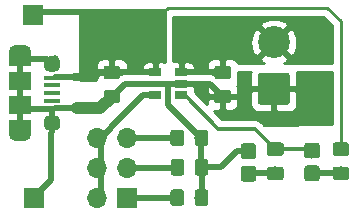
<source format=gbr>
G04 #@! TF.GenerationSoftware,KiCad,Pcbnew,(5.1.4)-1*
G04 #@! TF.CreationDate,2019-09-20T01:57:43+03:00*
G04 #@! TF.ProjectId,Simple_BMS,53696d70-6c65-45f4-924d-532e6b696361,rev?*
G04 #@! TF.SameCoordinates,Original*
G04 #@! TF.FileFunction,Copper,L1,Top*
G04 #@! TF.FilePolarity,Positive*
%FSLAX46Y46*%
G04 Gerber Fmt 4.6, Leading zero omitted, Abs format (unit mm)*
G04 Created by KiCad (PCBNEW (5.1.4)-1) date 2019-09-20 01:57:43*
%MOMM*%
%LPD*%
G04 APERTURE LIST*
%ADD10C,2.700000*%
%ADD11C,0.100000*%
%ADD12R,1.900000X1.200000*%
%ADD13O,1.900000X1.200000*%
%ADD14R,1.900000X1.500000*%
%ADD15C,1.450000*%
%ADD16R,1.350000X0.400000*%
%ADD17R,1.060000X0.650000*%
%ADD18C,1.150000*%
%ADD19C,1.300000*%
%ADD20R,1.700000X1.700000*%
%ADD21O,1.700000X1.700000*%
%ADD22C,0.800000*%
%ADD23C,0.500000*%
%ADD24C,0.700000*%
%ADD25C,0.250000*%
%ADD26C,1.000000*%
%ADD27C,0.300000*%
%ADD28C,0.254000*%
G04 APERTURE END LIST*
D10*
X119660000Y-81860000D03*
D11*
G36*
X120784503Y-84471204D02*
G01*
X120808772Y-84474804D01*
X120832570Y-84480765D01*
X120855670Y-84489030D01*
X120877849Y-84499520D01*
X120898892Y-84512133D01*
X120918598Y-84526748D01*
X120936776Y-84543224D01*
X120953252Y-84561402D01*
X120967867Y-84581108D01*
X120980480Y-84602151D01*
X120990970Y-84624330D01*
X120999235Y-84647430D01*
X121005196Y-84671228D01*
X121008796Y-84695497D01*
X121010000Y-84720001D01*
X121010000Y-86919999D01*
X121008796Y-86944503D01*
X121005196Y-86968772D01*
X120999235Y-86992570D01*
X120990970Y-87015670D01*
X120980480Y-87037849D01*
X120967867Y-87058892D01*
X120953252Y-87078598D01*
X120936776Y-87096776D01*
X120918598Y-87113252D01*
X120898892Y-87127867D01*
X120877849Y-87140480D01*
X120855670Y-87150970D01*
X120832570Y-87159235D01*
X120808772Y-87165196D01*
X120784503Y-87168796D01*
X120759999Y-87170000D01*
X118560001Y-87170000D01*
X118535497Y-87168796D01*
X118511228Y-87165196D01*
X118487430Y-87159235D01*
X118464330Y-87150970D01*
X118442151Y-87140480D01*
X118421108Y-87127867D01*
X118401402Y-87113252D01*
X118383224Y-87096776D01*
X118366748Y-87078598D01*
X118352133Y-87058892D01*
X118339520Y-87037849D01*
X118329030Y-87015670D01*
X118320765Y-86992570D01*
X118314804Y-86968772D01*
X118311204Y-86944503D01*
X118310000Y-86919999D01*
X118310000Y-84720001D01*
X118311204Y-84695497D01*
X118314804Y-84671228D01*
X118320765Y-84647430D01*
X118329030Y-84624330D01*
X118339520Y-84602151D01*
X118352133Y-84581108D01*
X118366748Y-84561402D01*
X118383224Y-84543224D01*
X118401402Y-84526748D01*
X118421108Y-84512133D01*
X118442151Y-84499520D01*
X118464330Y-84489030D01*
X118487430Y-84480765D01*
X118511228Y-84474804D01*
X118535497Y-84471204D01*
X118560001Y-84470000D01*
X120759999Y-84470000D01*
X120784503Y-84471204D01*
X120784503Y-84471204D01*
G37*
D10*
X119660000Y-85820000D03*
D12*
X98142500Y-83280000D03*
X98142500Y-89080000D03*
D13*
X98142500Y-89680000D03*
X98142500Y-82680000D03*
D14*
X98142500Y-85180000D03*
D15*
X100842500Y-88680000D03*
D16*
X100842500Y-86180000D03*
X100842500Y-86830000D03*
X100842500Y-87480000D03*
X100842500Y-84880000D03*
X100842500Y-85530000D03*
D15*
X100842500Y-83680000D03*
D14*
X98142500Y-87180000D03*
D17*
X111820000Y-86330000D03*
X111820000Y-85380000D03*
X111820000Y-84430000D03*
X109620000Y-84430000D03*
X109620000Y-86330000D03*
D11*
G36*
X106414505Y-83851204D02*
G01*
X106438773Y-83854804D01*
X106462572Y-83860765D01*
X106485671Y-83869030D01*
X106507850Y-83879520D01*
X106528893Y-83892132D01*
X106548599Y-83906747D01*
X106566777Y-83923223D01*
X106583253Y-83941401D01*
X106597868Y-83961107D01*
X106610480Y-83982150D01*
X106620970Y-84004329D01*
X106629235Y-84027428D01*
X106635196Y-84051227D01*
X106638796Y-84075495D01*
X106640000Y-84099999D01*
X106640000Y-84750001D01*
X106638796Y-84774505D01*
X106635196Y-84798773D01*
X106629235Y-84822572D01*
X106620970Y-84845671D01*
X106610480Y-84867850D01*
X106597868Y-84888893D01*
X106583253Y-84908599D01*
X106566777Y-84926777D01*
X106548599Y-84943253D01*
X106528893Y-84957868D01*
X106507850Y-84970480D01*
X106485671Y-84980970D01*
X106462572Y-84989235D01*
X106438773Y-84995196D01*
X106414505Y-84998796D01*
X106390001Y-85000000D01*
X105489999Y-85000000D01*
X105465495Y-84998796D01*
X105441227Y-84995196D01*
X105417428Y-84989235D01*
X105394329Y-84980970D01*
X105372150Y-84970480D01*
X105351107Y-84957868D01*
X105331401Y-84943253D01*
X105313223Y-84926777D01*
X105296747Y-84908599D01*
X105282132Y-84888893D01*
X105269520Y-84867850D01*
X105259030Y-84845671D01*
X105250765Y-84822572D01*
X105244804Y-84798773D01*
X105241204Y-84774505D01*
X105240000Y-84750001D01*
X105240000Y-84099999D01*
X105241204Y-84075495D01*
X105244804Y-84051227D01*
X105250765Y-84027428D01*
X105259030Y-84004329D01*
X105269520Y-83982150D01*
X105282132Y-83961107D01*
X105296747Y-83941401D01*
X105313223Y-83923223D01*
X105331401Y-83906747D01*
X105351107Y-83892132D01*
X105372150Y-83879520D01*
X105394329Y-83869030D01*
X105417428Y-83860765D01*
X105441227Y-83854804D01*
X105465495Y-83851204D01*
X105489999Y-83850000D01*
X106390001Y-83850000D01*
X106414505Y-83851204D01*
X106414505Y-83851204D01*
G37*
D18*
X105940000Y-84425000D03*
D11*
G36*
X106414505Y-85901204D02*
G01*
X106438773Y-85904804D01*
X106462572Y-85910765D01*
X106485671Y-85919030D01*
X106507850Y-85929520D01*
X106528893Y-85942132D01*
X106548599Y-85956747D01*
X106566777Y-85973223D01*
X106583253Y-85991401D01*
X106597868Y-86011107D01*
X106610480Y-86032150D01*
X106620970Y-86054329D01*
X106629235Y-86077428D01*
X106635196Y-86101227D01*
X106638796Y-86125495D01*
X106640000Y-86149999D01*
X106640000Y-86800001D01*
X106638796Y-86824505D01*
X106635196Y-86848773D01*
X106629235Y-86872572D01*
X106620970Y-86895671D01*
X106610480Y-86917850D01*
X106597868Y-86938893D01*
X106583253Y-86958599D01*
X106566777Y-86976777D01*
X106548599Y-86993253D01*
X106528893Y-87007868D01*
X106507850Y-87020480D01*
X106485671Y-87030970D01*
X106462572Y-87039235D01*
X106438773Y-87045196D01*
X106414505Y-87048796D01*
X106390001Y-87050000D01*
X105489999Y-87050000D01*
X105465495Y-87048796D01*
X105441227Y-87045196D01*
X105417428Y-87039235D01*
X105394329Y-87030970D01*
X105372150Y-87020480D01*
X105351107Y-87007868D01*
X105331401Y-86993253D01*
X105313223Y-86976777D01*
X105296747Y-86958599D01*
X105282132Y-86938893D01*
X105269520Y-86917850D01*
X105259030Y-86895671D01*
X105250765Y-86872572D01*
X105244804Y-86848773D01*
X105241204Y-86824505D01*
X105240000Y-86800001D01*
X105240000Y-86149999D01*
X105241204Y-86125495D01*
X105244804Y-86101227D01*
X105250765Y-86077428D01*
X105259030Y-86054329D01*
X105269520Y-86032150D01*
X105282132Y-86011107D01*
X105296747Y-85991401D01*
X105313223Y-85973223D01*
X105331401Y-85956747D01*
X105351107Y-85942132D01*
X105372150Y-85929520D01*
X105394329Y-85919030D01*
X105417428Y-85910765D01*
X105441227Y-85904804D01*
X105465495Y-85901204D01*
X105489999Y-85900000D01*
X106390001Y-85900000D01*
X106414505Y-85901204D01*
X106414505Y-85901204D01*
G37*
D18*
X105940000Y-86475000D03*
D11*
G36*
X115794505Y-85901204D02*
G01*
X115818773Y-85904804D01*
X115842572Y-85910765D01*
X115865671Y-85919030D01*
X115887850Y-85929520D01*
X115908893Y-85942132D01*
X115928599Y-85956747D01*
X115946777Y-85973223D01*
X115963253Y-85991401D01*
X115977868Y-86011107D01*
X115990480Y-86032150D01*
X116000970Y-86054329D01*
X116009235Y-86077428D01*
X116015196Y-86101227D01*
X116018796Y-86125495D01*
X116020000Y-86149999D01*
X116020000Y-86800001D01*
X116018796Y-86824505D01*
X116015196Y-86848773D01*
X116009235Y-86872572D01*
X116000970Y-86895671D01*
X115990480Y-86917850D01*
X115977868Y-86938893D01*
X115963253Y-86958599D01*
X115946777Y-86976777D01*
X115928599Y-86993253D01*
X115908893Y-87007868D01*
X115887850Y-87020480D01*
X115865671Y-87030970D01*
X115842572Y-87039235D01*
X115818773Y-87045196D01*
X115794505Y-87048796D01*
X115770001Y-87050000D01*
X114869999Y-87050000D01*
X114845495Y-87048796D01*
X114821227Y-87045196D01*
X114797428Y-87039235D01*
X114774329Y-87030970D01*
X114752150Y-87020480D01*
X114731107Y-87007868D01*
X114711401Y-86993253D01*
X114693223Y-86976777D01*
X114676747Y-86958599D01*
X114662132Y-86938893D01*
X114649520Y-86917850D01*
X114639030Y-86895671D01*
X114630765Y-86872572D01*
X114624804Y-86848773D01*
X114621204Y-86824505D01*
X114620000Y-86800001D01*
X114620000Y-86149999D01*
X114621204Y-86125495D01*
X114624804Y-86101227D01*
X114630765Y-86077428D01*
X114639030Y-86054329D01*
X114649520Y-86032150D01*
X114662132Y-86011107D01*
X114676747Y-85991401D01*
X114693223Y-85973223D01*
X114711401Y-85956747D01*
X114731107Y-85942132D01*
X114752150Y-85929520D01*
X114774329Y-85919030D01*
X114797428Y-85910765D01*
X114821227Y-85904804D01*
X114845495Y-85901204D01*
X114869999Y-85900000D01*
X115770001Y-85900000D01*
X115794505Y-85901204D01*
X115794505Y-85901204D01*
G37*
D18*
X115320000Y-86475000D03*
D11*
G36*
X115794505Y-83851204D02*
G01*
X115818773Y-83854804D01*
X115842572Y-83860765D01*
X115865671Y-83869030D01*
X115887850Y-83879520D01*
X115908893Y-83892132D01*
X115928599Y-83906747D01*
X115946777Y-83923223D01*
X115963253Y-83941401D01*
X115977868Y-83961107D01*
X115990480Y-83982150D01*
X116000970Y-84004329D01*
X116009235Y-84027428D01*
X116015196Y-84051227D01*
X116018796Y-84075495D01*
X116020000Y-84099999D01*
X116020000Y-84750001D01*
X116018796Y-84774505D01*
X116015196Y-84798773D01*
X116009235Y-84822572D01*
X116000970Y-84845671D01*
X115990480Y-84867850D01*
X115977868Y-84888893D01*
X115963253Y-84908599D01*
X115946777Y-84926777D01*
X115928599Y-84943253D01*
X115908893Y-84957868D01*
X115887850Y-84970480D01*
X115865671Y-84980970D01*
X115842572Y-84989235D01*
X115818773Y-84995196D01*
X115794505Y-84998796D01*
X115770001Y-85000000D01*
X114869999Y-85000000D01*
X114845495Y-84998796D01*
X114821227Y-84995196D01*
X114797428Y-84989235D01*
X114774329Y-84980970D01*
X114752150Y-84970480D01*
X114731107Y-84957868D01*
X114711401Y-84943253D01*
X114693223Y-84926777D01*
X114676747Y-84908599D01*
X114662132Y-84888893D01*
X114649520Y-84867850D01*
X114639030Y-84845671D01*
X114630765Y-84822572D01*
X114624804Y-84798773D01*
X114621204Y-84774505D01*
X114620000Y-84750001D01*
X114620000Y-84099999D01*
X114621204Y-84075495D01*
X114624804Y-84051227D01*
X114630765Y-84027428D01*
X114639030Y-84004329D01*
X114649520Y-83982150D01*
X114662132Y-83961107D01*
X114676747Y-83941401D01*
X114693223Y-83923223D01*
X114711401Y-83906747D01*
X114731107Y-83892132D01*
X114752150Y-83879520D01*
X114774329Y-83869030D01*
X114797428Y-83860765D01*
X114821227Y-83854804D01*
X114845495Y-83851204D01*
X114869999Y-83850000D01*
X115770001Y-83850000D01*
X115794505Y-83851204D01*
X115794505Y-83851204D01*
G37*
D18*
X115320000Y-84425000D03*
D11*
G36*
X123309704Y-90375004D02*
G01*
X123333973Y-90378604D01*
X123357771Y-90384565D01*
X123380871Y-90392830D01*
X123403049Y-90403320D01*
X123424093Y-90415933D01*
X123443798Y-90430547D01*
X123461977Y-90447023D01*
X123478453Y-90465202D01*
X123493067Y-90484907D01*
X123505680Y-90505951D01*
X123516170Y-90528129D01*
X123524435Y-90551229D01*
X123530396Y-90575027D01*
X123533996Y-90599296D01*
X123535200Y-90623800D01*
X123535200Y-91448800D01*
X123533996Y-91473304D01*
X123530396Y-91497573D01*
X123524435Y-91521371D01*
X123516170Y-91544471D01*
X123505680Y-91566649D01*
X123493067Y-91587693D01*
X123478453Y-91607398D01*
X123461977Y-91625577D01*
X123443798Y-91642053D01*
X123424093Y-91656667D01*
X123403049Y-91669280D01*
X123380871Y-91679770D01*
X123357771Y-91688035D01*
X123333973Y-91693996D01*
X123309704Y-91697596D01*
X123285200Y-91698800D01*
X122485200Y-91698800D01*
X122460696Y-91697596D01*
X122436427Y-91693996D01*
X122412629Y-91688035D01*
X122389529Y-91679770D01*
X122367351Y-91669280D01*
X122346307Y-91656667D01*
X122326602Y-91642053D01*
X122308423Y-91625577D01*
X122291947Y-91607398D01*
X122277333Y-91587693D01*
X122264720Y-91566649D01*
X122254230Y-91544471D01*
X122245965Y-91521371D01*
X122240004Y-91497573D01*
X122236404Y-91473304D01*
X122235200Y-91448800D01*
X122235200Y-90623800D01*
X122236404Y-90599296D01*
X122240004Y-90575027D01*
X122245965Y-90551229D01*
X122254230Y-90528129D01*
X122264720Y-90505951D01*
X122277333Y-90484907D01*
X122291947Y-90465202D01*
X122308423Y-90447023D01*
X122326602Y-90430547D01*
X122346307Y-90415933D01*
X122367351Y-90403320D01*
X122389529Y-90392830D01*
X122412629Y-90384565D01*
X122436427Y-90378604D01*
X122460696Y-90375004D01*
X122485200Y-90373800D01*
X123285200Y-90373800D01*
X123309704Y-90375004D01*
X123309704Y-90375004D01*
G37*
D19*
X122885200Y-91036300D03*
D11*
G36*
X123309704Y-92300004D02*
G01*
X123333973Y-92303604D01*
X123357771Y-92309565D01*
X123380871Y-92317830D01*
X123403049Y-92328320D01*
X123424093Y-92340933D01*
X123443798Y-92355547D01*
X123461977Y-92372023D01*
X123478453Y-92390202D01*
X123493067Y-92409907D01*
X123505680Y-92430951D01*
X123516170Y-92453129D01*
X123524435Y-92476229D01*
X123530396Y-92500027D01*
X123533996Y-92524296D01*
X123535200Y-92548800D01*
X123535200Y-93373800D01*
X123533996Y-93398304D01*
X123530396Y-93422573D01*
X123524435Y-93446371D01*
X123516170Y-93469471D01*
X123505680Y-93491649D01*
X123493067Y-93512693D01*
X123478453Y-93532398D01*
X123461977Y-93550577D01*
X123443798Y-93567053D01*
X123424093Y-93581667D01*
X123403049Y-93594280D01*
X123380871Y-93604770D01*
X123357771Y-93613035D01*
X123333973Y-93618996D01*
X123309704Y-93622596D01*
X123285200Y-93623800D01*
X122485200Y-93623800D01*
X122460696Y-93622596D01*
X122436427Y-93618996D01*
X122412629Y-93613035D01*
X122389529Y-93604770D01*
X122367351Y-93594280D01*
X122346307Y-93581667D01*
X122326602Y-93567053D01*
X122308423Y-93550577D01*
X122291947Y-93532398D01*
X122277333Y-93512693D01*
X122264720Y-93491649D01*
X122254230Y-93469471D01*
X122245965Y-93446371D01*
X122240004Y-93422573D01*
X122236404Y-93398304D01*
X122235200Y-93373800D01*
X122235200Y-92548800D01*
X122236404Y-92524296D01*
X122240004Y-92500027D01*
X122245965Y-92476229D01*
X122254230Y-92453129D01*
X122264720Y-92430951D01*
X122277333Y-92409907D01*
X122291947Y-92390202D01*
X122308423Y-92372023D01*
X122326602Y-92355547D01*
X122346307Y-92340933D01*
X122367351Y-92328320D01*
X122389529Y-92317830D01*
X122412629Y-92309565D01*
X122436427Y-92303604D01*
X122460696Y-92300004D01*
X122485200Y-92298800D01*
X123285200Y-92298800D01*
X123309704Y-92300004D01*
X123309704Y-92300004D01*
G37*
D19*
X122885200Y-92961300D03*
D11*
G36*
X117924904Y-92350804D02*
G01*
X117949173Y-92354404D01*
X117972971Y-92360365D01*
X117996071Y-92368630D01*
X118018249Y-92379120D01*
X118039293Y-92391733D01*
X118058998Y-92406347D01*
X118077177Y-92422823D01*
X118093653Y-92441002D01*
X118108267Y-92460707D01*
X118120880Y-92481751D01*
X118131370Y-92503929D01*
X118139635Y-92527029D01*
X118145596Y-92550827D01*
X118149196Y-92575096D01*
X118150400Y-92599600D01*
X118150400Y-93424600D01*
X118149196Y-93449104D01*
X118145596Y-93473373D01*
X118139635Y-93497171D01*
X118131370Y-93520271D01*
X118120880Y-93542449D01*
X118108267Y-93563493D01*
X118093653Y-93583198D01*
X118077177Y-93601377D01*
X118058998Y-93617853D01*
X118039293Y-93632467D01*
X118018249Y-93645080D01*
X117996071Y-93655570D01*
X117972971Y-93663835D01*
X117949173Y-93669796D01*
X117924904Y-93673396D01*
X117900400Y-93674600D01*
X117100400Y-93674600D01*
X117075896Y-93673396D01*
X117051627Y-93669796D01*
X117027829Y-93663835D01*
X117004729Y-93655570D01*
X116982551Y-93645080D01*
X116961507Y-93632467D01*
X116941802Y-93617853D01*
X116923623Y-93601377D01*
X116907147Y-93583198D01*
X116892533Y-93563493D01*
X116879920Y-93542449D01*
X116869430Y-93520271D01*
X116861165Y-93497171D01*
X116855204Y-93473373D01*
X116851604Y-93449104D01*
X116850400Y-93424600D01*
X116850400Y-92599600D01*
X116851604Y-92575096D01*
X116855204Y-92550827D01*
X116861165Y-92527029D01*
X116869430Y-92503929D01*
X116879920Y-92481751D01*
X116892533Y-92460707D01*
X116907147Y-92441002D01*
X116923623Y-92422823D01*
X116941802Y-92406347D01*
X116961507Y-92391733D01*
X116982551Y-92379120D01*
X117004729Y-92368630D01*
X117027829Y-92360365D01*
X117051627Y-92354404D01*
X117075896Y-92350804D01*
X117100400Y-92349600D01*
X117900400Y-92349600D01*
X117924904Y-92350804D01*
X117924904Y-92350804D01*
G37*
D19*
X117500400Y-93012100D03*
D11*
G36*
X117924904Y-90425804D02*
G01*
X117949173Y-90429404D01*
X117972971Y-90435365D01*
X117996071Y-90443630D01*
X118018249Y-90454120D01*
X118039293Y-90466733D01*
X118058998Y-90481347D01*
X118077177Y-90497823D01*
X118093653Y-90516002D01*
X118108267Y-90535707D01*
X118120880Y-90556751D01*
X118131370Y-90578929D01*
X118139635Y-90602029D01*
X118145596Y-90625827D01*
X118149196Y-90650096D01*
X118150400Y-90674600D01*
X118150400Y-91499600D01*
X118149196Y-91524104D01*
X118145596Y-91548373D01*
X118139635Y-91572171D01*
X118131370Y-91595271D01*
X118120880Y-91617449D01*
X118108267Y-91638493D01*
X118093653Y-91658198D01*
X118077177Y-91676377D01*
X118058998Y-91692853D01*
X118039293Y-91707467D01*
X118018249Y-91720080D01*
X117996071Y-91730570D01*
X117972971Y-91738835D01*
X117949173Y-91744796D01*
X117924904Y-91748396D01*
X117900400Y-91749600D01*
X117100400Y-91749600D01*
X117075896Y-91748396D01*
X117051627Y-91744796D01*
X117027829Y-91738835D01*
X117004729Y-91730570D01*
X116982551Y-91720080D01*
X116961507Y-91707467D01*
X116941802Y-91692853D01*
X116923623Y-91676377D01*
X116907147Y-91658198D01*
X116892533Y-91638493D01*
X116879920Y-91617449D01*
X116869430Y-91595271D01*
X116861165Y-91572171D01*
X116855204Y-91548373D01*
X116851604Y-91524104D01*
X116850400Y-91499600D01*
X116850400Y-90674600D01*
X116851604Y-90650096D01*
X116855204Y-90625827D01*
X116861165Y-90602029D01*
X116869430Y-90578929D01*
X116879920Y-90556751D01*
X116892533Y-90535707D01*
X116907147Y-90516002D01*
X116923623Y-90497823D01*
X116941802Y-90481347D01*
X116961507Y-90466733D01*
X116982551Y-90454120D01*
X117004729Y-90443630D01*
X117027829Y-90435365D01*
X117051627Y-90429404D01*
X117075896Y-90425804D01*
X117100400Y-90424600D01*
X117900400Y-90424600D01*
X117924904Y-90425804D01*
X117924904Y-90425804D01*
G37*
D19*
X117500400Y-91087100D03*
D20*
X107238800Y-95046800D03*
D21*
X104698800Y-95046800D03*
X107238800Y-92506800D03*
X104698800Y-92506800D03*
X107238800Y-89966800D03*
X104698800Y-89966800D03*
D11*
G36*
X125798105Y-90349204D02*
G01*
X125822373Y-90352804D01*
X125846172Y-90358765D01*
X125869271Y-90367030D01*
X125891450Y-90377520D01*
X125912493Y-90390132D01*
X125932199Y-90404747D01*
X125950377Y-90421223D01*
X125966853Y-90439401D01*
X125981468Y-90459107D01*
X125994080Y-90480150D01*
X126004570Y-90502329D01*
X126012835Y-90525428D01*
X126018796Y-90549227D01*
X126022396Y-90573495D01*
X126023600Y-90597999D01*
X126023600Y-91248001D01*
X126022396Y-91272505D01*
X126018796Y-91296773D01*
X126012835Y-91320572D01*
X126004570Y-91343671D01*
X125994080Y-91365850D01*
X125981468Y-91386893D01*
X125966853Y-91406599D01*
X125950377Y-91424777D01*
X125932199Y-91441253D01*
X125912493Y-91455868D01*
X125891450Y-91468480D01*
X125869271Y-91478970D01*
X125846172Y-91487235D01*
X125822373Y-91493196D01*
X125798105Y-91496796D01*
X125773601Y-91498000D01*
X124873599Y-91498000D01*
X124849095Y-91496796D01*
X124824827Y-91493196D01*
X124801028Y-91487235D01*
X124777929Y-91478970D01*
X124755750Y-91468480D01*
X124734707Y-91455868D01*
X124715001Y-91441253D01*
X124696823Y-91424777D01*
X124680347Y-91406599D01*
X124665732Y-91386893D01*
X124653120Y-91365850D01*
X124642630Y-91343671D01*
X124634365Y-91320572D01*
X124628404Y-91296773D01*
X124624804Y-91272505D01*
X124623600Y-91248001D01*
X124623600Y-90597999D01*
X124624804Y-90573495D01*
X124628404Y-90549227D01*
X124634365Y-90525428D01*
X124642630Y-90502329D01*
X124653120Y-90480150D01*
X124665732Y-90459107D01*
X124680347Y-90439401D01*
X124696823Y-90421223D01*
X124715001Y-90404747D01*
X124734707Y-90390132D01*
X124755750Y-90377520D01*
X124777929Y-90367030D01*
X124801028Y-90358765D01*
X124824827Y-90352804D01*
X124849095Y-90349204D01*
X124873599Y-90348000D01*
X125773601Y-90348000D01*
X125798105Y-90349204D01*
X125798105Y-90349204D01*
G37*
D18*
X125323600Y-90923000D03*
D11*
G36*
X125798105Y-92399204D02*
G01*
X125822373Y-92402804D01*
X125846172Y-92408765D01*
X125869271Y-92417030D01*
X125891450Y-92427520D01*
X125912493Y-92440132D01*
X125932199Y-92454747D01*
X125950377Y-92471223D01*
X125966853Y-92489401D01*
X125981468Y-92509107D01*
X125994080Y-92530150D01*
X126004570Y-92552329D01*
X126012835Y-92575428D01*
X126018796Y-92599227D01*
X126022396Y-92623495D01*
X126023600Y-92647999D01*
X126023600Y-93298001D01*
X126022396Y-93322505D01*
X126018796Y-93346773D01*
X126012835Y-93370572D01*
X126004570Y-93393671D01*
X125994080Y-93415850D01*
X125981468Y-93436893D01*
X125966853Y-93456599D01*
X125950377Y-93474777D01*
X125932199Y-93491253D01*
X125912493Y-93505868D01*
X125891450Y-93518480D01*
X125869271Y-93528970D01*
X125846172Y-93537235D01*
X125822373Y-93543196D01*
X125798105Y-93546796D01*
X125773601Y-93548000D01*
X124873599Y-93548000D01*
X124849095Y-93546796D01*
X124824827Y-93543196D01*
X124801028Y-93537235D01*
X124777929Y-93528970D01*
X124755750Y-93518480D01*
X124734707Y-93505868D01*
X124715001Y-93491253D01*
X124696823Y-93474777D01*
X124680347Y-93456599D01*
X124665732Y-93436893D01*
X124653120Y-93415850D01*
X124642630Y-93393671D01*
X124634365Y-93370572D01*
X124628404Y-93346773D01*
X124624804Y-93322505D01*
X124623600Y-93298001D01*
X124623600Y-92647999D01*
X124624804Y-92623495D01*
X124628404Y-92599227D01*
X124634365Y-92575428D01*
X124642630Y-92552329D01*
X124653120Y-92530150D01*
X124665732Y-92509107D01*
X124680347Y-92489401D01*
X124696823Y-92471223D01*
X124715001Y-92454747D01*
X124734707Y-92440132D01*
X124755750Y-92427520D01*
X124777929Y-92417030D01*
X124801028Y-92408765D01*
X124824827Y-92402804D01*
X124849095Y-92399204D01*
X124873599Y-92398000D01*
X125773601Y-92398000D01*
X125798105Y-92399204D01*
X125798105Y-92399204D01*
G37*
D18*
X125323600Y-92973000D03*
D11*
G36*
X120260905Y-90349204D02*
G01*
X120285173Y-90352804D01*
X120308972Y-90358765D01*
X120332071Y-90367030D01*
X120354250Y-90377520D01*
X120375293Y-90390132D01*
X120394999Y-90404747D01*
X120413177Y-90421223D01*
X120429653Y-90439401D01*
X120444268Y-90459107D01*
X120456880Y-90480150D01*
X120467370Y-90502329D01*
X120475635Y-90525428D01*
X120481596Y-90549227D01*
X120485196Y-90573495D01*
X120486400Y-90597999D01*
X120486400Y-91248001D01*
X120485196Y-91272505D01*
X120481596Y-91296773D01*
X120475635Y-91320572D01*
X120467370Y-91343671D01*
X120456880Y-91365850D01*
X120444268Y-91386893D01*
X120429653Y-91406599D01*
X120413177Y-91424777D01*
X120394999Y-91441253D01*
X120375293Y-91455868D01*
X120354250Y-91468480D01*
X120332071Y-91478970D01*
X120308972Y-91487235D01*
X120285173Y-91493196D01*
X120260905Y-91496796D01*
X120236401Y-91498000D01*
X119336399Y-91498000D01*
X119311895Y-91496796D01*
X119287627Y-91493196D01*
X119263828Y-91487235D01*
X119240729Y-91478970D01*
X119218550Y-91468480D01*
X119197507Y-91455868D01*
X119177801Y-91441253D01*
X119159623Y-91424777D01*
X119143147Y-91406599D01*
X119128532Y-91386893D01*
X119115920Y-91365850D01*
X119105430Y-91343671D01*
X119097165Y-91320572D01*
X119091204Y-91296773D01*
X119087604Y-91272505D01*
X119086400Y-91248001D01*
X119086400Y-90597999D01*
X119087604Y-90573495D01*
X119091204Y-90549227D01*
X119097165Y-90525428D01*
X119105430Y-90502329D01*
X119115920Y-90480150D01*
X119128532Y-90459107D01*
X119143147Y-90439401D01*
X119159623Y-90421223D01*
X119177801Y-90404747D01*
X119197507Y-90390132D01*
X119218550Y-90377520D01*
X119240729Y-90367030D01*
X119263828Y-90358765D01*
X119287627Y-90352804D01*
X119311895Y-90349204D01*
X119336399Y-90348000D01*
X120236401Y-90348000D01*
X120260905Y-90349204D01*
X120260905Y-90349204D01*
G37*
D18*
X119786400Y-90923000D03*
D11*
G36*
X120260905Y-92399204D02*
G01*
X120285173Y-92402804D01*
X120308972Y-92408765D01*
X120332071Y-92417030D01*
X120354250Y-92427520D01*
X120375293Y-92440132D01*
X120394999Y-92454747D01*
X120413177Y-92471223D01*
X120429653Y-92489401D01*
X120444268Y-92509107D01*
X120456880Y-92530150D01*
X120467370Y-92552329D01*
X120475635Y-92575428D01*
X120481596Y-92599227D01*
X120485196Y-92623495D01*
X120486400Y-92647999D01*
X120486400Y-93298001D01*
X120485196Y-93322505D01*
X120481596Y-93346773D01*
X120475635Y-93370572D01*
X120467370Y-93393671D01*
X120456880Y-93415850D01*
X120444268Y-93436893D01*
X120429653Y-93456599D01*
X120413177Y-93474777D01*
X120394999Y-93491253D01*
X120375293Y-93505868D01*
X120354250Y-93518480D01*
X120332071Y-93528970D01*
X120308972Y-93537235D01*
X120285173Y-93543196D01*
X120260905Y-93546796D01*
X120236401Y-93548000D01*
X119336399Y-93548000D01*
X119311895Y-93546796D01*
X119287627Y-93543196D01*
X119263828Y-93537235D01*
X119240729Y-93528970D01*
X119218550Y-93518480D01*
X119197507Y-93505868D01*
X119177801Y-93491253D01*
X119159623Y-93474777D01*
X119143147Y-93456599D01*
X119128532Y-93436893D01*
X119115920Y-93415850D01*
X119105430Y-93393671D01*
X119097165Y-93370572D01*
X119091204Y-93346773D01*
X119087604Y-93322505D01*
X119086400Y-93298001D01*
X119086400Y-92647999D01*
X119087604Y-92623495D01*
X119091204Y-92599227D01*
X119097165Y-92575428D01*
X119105430Y-92552329D01*
X119115920Y-92530150D01*
X119128532Y-92509107D01*
X119143147Y-92489401D01*
X119159623Y-92471223D01*
X119177801Y-92454747D01*
X119197507Y-92440132D01*
X119218550Y-92427520D01*
X119240729Y-92417030D01*
X119263828Y-92408765D01*
X119287627Y-92402804D01*
X119311895Y-92399204D01*
X119336399Y-92398000D01*
X120236401Y-92398000D01*
X120260905Y-92399204D01*
X120260905Y-92399204D01*
G37*
D18*
X119786400Y-92973000D03*
D11*
G36*
X111824505Y-94321204D02*
G01*
X111848773Y-94324804D01*
X111872572Y-94330765D01*
X111895671Y-94339030D01*
X111917850Y-94349520D01*
X111938893Y-94362132D01*
X111958599Y-94376747D01*
X111976777Y-94393223D01*
X111993253Y-94411401D01*
X112007868Y-94431107D01*
X112020480Y-94452150D01*
X112030970Y-94474329D01*
X112039235Y-94497428D01*
X112045196Y-94521227D01*
X112048796Y-94545495D01*
X112050000Y-94569999D01*
X112050000Y-95470001D01*
X112048796Y-95494505D01*
X112045196Y-95518773D01*
X112039235Y-95542572D01*
X112030970Y-95565671D01*
X112020480Y-95587850D01*
X112007868Y-95608893D01*
X111993253Y-95628599D01*
X111976777Y-95646777D01*
X111958599Y-95663253D01*
X111938893Y-95677868D01*
X111917850Y-95690480D01*
X111895671Y-95700970D01*
X111872572Y-95709235D01*
X111848773Y-95715196D01*
X111824505Y-95718796D01*
X111800001Y-95720000D01*
X111149999Y-95720000D01*
X111125495Y-95718796D01*
X111101227Y-95715196D01*
X111077428Y-95709235D01*
X111054329Y-95700970D01*
X111032150Y-95690480D01*
X111011107Y-95677868D01*
X110991401Y-95663253D01*
X110973223Y-95646777D01*
X110956747Y-95628599D01*
X110942132Y-95608893D01*
X110929520Y-95587850D01*
X110919030Y-95565671D01*
X110910765Y-95542572D01*
X110904804Y-95518773D01*
X110901204Y-95494505D01*
X110900000Y-95470001D01*
X110900000Y-94569999D01*
X110901204Y-94545495D01*
X110904804Y-94521227D01*
X110910765Y-94497428D01*
X110919030Y-94474329D01*
X110929520Y-94452150D01*
X110942132Y-94431107D01*
X110956747Y-94411401D01*
X110973223Y-94393223D01*
X110991401Y-94376747D01*
X111011107Y-94362132D01*
X111032150Y-94349520D01*
X111054329Y-94339030D01*
X111077428Y-94330765D01*
X111101227Y-94324804D01*
X111125495Y-94321204D01*
X111149999Y-94320000D01*
X111800001Y-94320000D01*
X111824505Y-94321204D01*
X111824505Y-94321204D01*
G37*
D18*
X111475000Y-95020000D03*
D11*
G36*
X113874505Y-94321204D02*
G01*
X113898773Y-94324804D01*
X113922572Y-94330765D01*
X113945671Y-94339030D01*
X113967850Y-94349520D01*
X113988893Y-94362132D01*
X114008599Y-94376747D01*
X114026777Y-94393223D01*
X114043253Y-94411401D01*
X114057868Y-94431107D01*
X114070480Y-94452150D01*
X114080970Y-94474329D01*
X114089235Y-94497428D01*
X114095196Y-94521227D01*
X114098796Y-94545495D01*
X114100000Y-94569999D01*
X114100000Y-95470001D01*
X114098796Y-95494505D01*
X114095196Y-95518773D01*
X114089235Y-95542572D01*
X114080970Y-95565671D01*
X114070480Y-95587850D01*
X114057868Y-95608893D01*
X114043253Y-95628599D01*
X114026777Y-95646777D01*
X114008599Y-95663253D01*
X113988893Y-95677868D01*
X113967850Y-95690480D01*
X113945671Y-95700970D01*
X113922572Y-95709235D01*
X113898773Y-95715196D01*
X113874505Y-95718796D01*
X113850001Y-95720000D01*
X113199999Y-95720000D01*
X113175495Y-95718796D01*
X113151227Y-95715196D01*
X113127428Y-95709235D01*
X113104329Y-95700970D01*
X113082150Y-95690480D01*
X113061107Y-95677868D01*
X113041401Y-95663253D01*
X113023223Y-95646777D01*
X113006747Y-95628599D01*
X112992132Y-95608893D01*
X112979520Y-95587850D01*
X112969030Y-95565671D01*
X112960765Y-95542572D01*
X112954804Y-95518773D01*
X112951204Y-95494505D01*
X112950000Y-95470001D01*
X112950000Y-94569999D01*
X112951204Y-94545495D01*
X112954804Y-94521227D01*
X112960765Y-94497428D01*
X112969030Y-94474329D01*
X112979520Y-94452150D01*
X112992132Y-94431107D01*
X113006747Y-94411401D01*
X113023223Y-94393223D01*
X113041401Y-94376747D01*
X113061107Y-94362132D01*
X113082150Y-94349520D01*
X113104329Y-94339030D01*
X113127428Y-94330765D01*
X113151227Y-94324804D01*
X113175495Y-94321204D01*
X113199999Y-94320000D01*
X113850001Y-94320000D01*
X113874505Y-94321204D01*
X113874505Y-94321204D01*
G37*
D18*
X113525000Y-95020000D03*
D11*
G36*
X111844505Y-91761204D02*
G01*
X111868773Y-91764804D01*
X111892572Y-91770765D01*
X111915671Y-91779030D01*
X111937850Y-91789520D01*
X111958893Y-91802132D01*
X111978599Y-91816747D01*
X111996777Y-91833223D01*
X112013253Y-91851401D01*
X112027868Y-91871107D01*
X112040480Y-91892150D01*
X112050970Y-91914329D01*
X112059235Y-91937428D01*
X112065196Y-91961227D01*
X112068796Y-91985495D01*
X112070000Y-92009999D01*
X112070000Y-92910001D01*
X112068796Y-92934505D01*
X112065196Y-92958773D01*
X112059235Y-92982572D01*
X112050970Y-93005671D01*
X112040480Y-93027850D01*
X112027868Y-93048893D01*
X112013253Y-93068599D01*
X111996777Y-93086777D01*
X111978599Y-93103253D01*
X111958893Y-93117868D01*
X111937850Y-93130480D01*
X111915671Y-93140970D01*
X111892572Y-93149235D01*
X111868773Y-93155196D01*
X111844505Y-93158796D01*
X111820001Y-93160000D01*
X111169999Y-93160000D01*
X111145495Y-93158796D01*
X111121227Y-93155196D01*
X111097428Y-93149235D01*
X111074329Y-93140970D01*
X111052150Y-93130480D01*
X111031107Y-93117868D01*
X111011401Y-93103253D01*
X110993223Y-93086777D01*
X110976747Y-93068599D01*
X110962132Y-93048893D01*
X110949520Y-93027850D01*
X110939030Y-93005671D01*
X110930765Y-92982572D01*
X110924804Y-92958773D01*
X110921204Y-92934505D01*
X110920000Y-92910001D01*
X110920000Y-92009999D01*
X110921204Y-91985495D01*
X110924804Y-91961227D01*
X110930765Y-91937428D01*
X110939030Y-91914329D01*
X110949520Y-91892150D01*
X110962132Y-91871107D01*
X110976747Y-91851401D01*
X110993223Y-91833223D01*
X111011401Y-91816747D01*
X111031107Y-91802132D01*
X111052150Y-91789520D01*
X111074329Y-91779030D01*
X111097428Y-91770765D01*
X111121227Y-91764804D01*
X111145495Y-91761204D01*
X111169999Y-91760000D01*
X111820001Y-91760000D01*
X111844505Y-91761204D01*
X111844505Y-91761204D01*
G37*
D18*
X111495000Y-92460000D03*
D11*
G36*
X113894505Y-91761204D02*
G01*
X113918773Y-91764804D01*
X113942572Y-91770765D01*
X113965671Y-91779030D01*
X113987850Y-91789520D01*
X114008893Y-91802132D01*
X114028599Y-91816747D01*
X114046777Y-91833223D01*
X114063253Y-91851401D01*
X114077868Y-91871107D01*
X114090480Y-91892150D01*
X114100970Y-91914329D01*
X114109235Y-91937428D01*
X114115196Y-91961227D01*
X114118796Y-91985495D01*
X114120000Y-92009999D01*
X114120000Y-92910001D01*
X114118796Y-92934505D01*
X114115196Y-92958773D01*
X114109235Y-92982572D01*
X114100970Y-93005671D01*
X114090480Y-93027850D01*
X114077868Y-93048893D01*
X114063253Y-93068599D01*
X114046777Y-93086777D01*
X114028599Y-93103253D01*
X114008893Y-93117868D01*
X113987850Y-93130480D01*
X113965671Y-93140970D01*
X113942572Y-93149235D01*
X113918773Y-93155196D01*
X113894505Y-93158796D01*
X113870001Y-93160000D01*
X113219999Y-93160000D01*
X113195495Y-93158796D01*
X113171227Y-93155196D01*
X113147428Y-93149235D01*
X113124329Y-93140970D01*
X113102150Y-93130480D01*
X113081107Y-93117868D01*
X113061401Y-93103253D01*
X113043223Y-93086777D01*
X113026747Y-93068599D01*
X113012132Y-93048893D01*
X112999520Y-93027850D01*
X112989030Y-93005671D01*
X112980765Y-92982572D01*
X112974804Y-92958773D01*
X112971204Y-92934505D01*
X112970000Y-92910001D01*
X112970000Y-92009999D01*
X112971204Y-91985495D01*
X112974804Y-91961227D01*
X112980765Y-91937428D01*
X112989030Y-91914329D01*
X112999520Y-91892150D01*
X113012132Y-91871107D01*
X113026747Y-91851401D01*
X113043223Y-91833223D01*
X113061401Y-91816747D01*
X113081107Y-91802132D01*
X113102150Y-91789520D01*
X113124329Y-91779030D01*
X113147428Y-91770765D01*
X113171227Y-91764804D01*
X113195495Y-91761204D01*
X113219999Y-91760000D01*
X113870001Y-91760000D01*
X113894505Y-91761204D01*
X113894505Y-91761204D01*
G37*
D18*
X113545000Y-92460000D03*
D11*
G36*
X113874505Y-89261204D02*
G01*
X113898773Y-89264804D01*
X113922572Y-89270765D01*
X113945671Y-89279030D01*
X113967850Y-89289520D01*
X113988893Y-89302132D01*
X114008599Y-89316747D01*
X114026777Y-89333223D01*
X114043253Y-89351401D01*
X114057868Y-89371107D01*
X114070480Y-89392150D01*
X114080970Y-89414329D01*
X114089235Y-89437428D01*
X114095196Y-89461227D01*
X114098796Y-89485495D01*
X114100000Y-89509999D01*
X114100000Y-90410001D01*
X114098796Y-90434505D01*
X114095196Y-90458773D01*
X114089235Y-90482572D01*
X114080970Y-90505671D01*
X114070480Y-90527850D01*
X114057868Y-90548893D01*
X114043253Y-90568599D01*
X114026777Y-90586777D01*
X114008599Y-90603253D01*
X113988893Y-90617868D01*
X113967850Y-90630480D01*
X113945671Y-90640970D01*
X113922572Y-90649235D01*
X113898773Y-90655196D01*
X113874505Y-90658796D01*
X113850001Y-90660000D01*
X113199999Y-90660000D01*
X113175495Y-90658796D01*
X113151227Y-90655196D01*
X113127428Y-90649235D01*
X113104329Y-90640970D01*
X113082150Y-90630480D01*
X113061107Y-90617868D01*
X113041401Y-90603253D01*
X113023223Y-90586777D01*
X113006747Y-90568599D01*
X112992132Y-90548893D01*
X112979520Y-90527850D01*
X112969030Y-90505671D01*
X112960765Y-90482572D01*
X112954804Y-90458773D01*
X112951204Y-90434505D01*
X112950000Y-90410001D01*
X112950000Y-89509999D01*
X112951204Y-89485495D01*
X112954804Y-89461227D01*
X112960765Y-89437428D01*
X112969030Y-89414329D01*
X112979520Y-89392150D01*
X112992132Y-89371107D01*
X113006747Y-89351401D01*
X113023223Y-89333223D01*
X113041401Y-89316747D01*
X113061107Y-89302132D01*
X113082150Y-89289520D01*
X113104329Y-89279030D01*
X113127428Y-89270765D01*
X113151227Y-89264804D01*
X113175495Y-89261204D01*
X113199999Y-89260000D01*
X113850001Y-89260000D01*
X113874505Y-89261204D01*
X113874505Y-89261204D01*
G37*
D18*
X113525000Y-89960000D03*
D11*
G36*
X111824505Y-89261204D02*
G01*
X111848773Y-89264804D01*
X111872572Y-89270765D01*
X111895671Y-89279030D01*
X111917850Y-89289520D01*
X111938893Y-89302132D01*
X111958599Y-89316747D01*
X111976777Y-89333223D01*
X111993253Y-89351401D01*
X112007868Y-89371107D01*
X112020480Y-89392150D01*
X112030970Y-89414329D01*
X112039235Y-89437428D01*
X112045196Y-89461227D01*
X112048796Y-89485495D01*
X112050000Y-89509999D01*
X112050000Y-90410001D01*
X112048796Y-90434505D01*
X112045196Y-90458773D01*
X112039235Y-90482572D01*
X112030970Y-90505671D01*
X112020480Y-90527850D01*
X112007868Y-90548893D01*
X111993253Y-90568599D01*
X111976777Y-90586777D01*
X111958599Y-90603253D01*
X111938893Y-90617868D01*
X111917850Y-90630480D01*
X111895671Y-90640970D01*
X111872572Y-90649235D01*
X111848773Y-90655196D01*
X111824505Y-90658796D01*
X111800001Y-90660000D01*
X111149999Y-90660000D01*
X111125495Y-90658796D01*
X111101227Y-90655196D01*
X111077428Y-90649235D01*
X111054329Y-90640970D01*
X111032150Y-90630480D01*
X111011107Y-90617868D01*
X110991401Y-90603253D01*
X110973223Y-90586777D01*
X110956747Y-90568599D01*
X110942132Y-90548893D01*
X110929520Y-90527850D01*
X110919030Y-90505671D01*
X110910765Y-90482572D01*
X110904804Y-90458773D01*
X110901204Y-90434505D01*
X110900000Y-90410001D01*
X110900000Y-89509999D01*
X110901204Y-89485495D01*
X110904804Y-89461227D01*
X110910765Y-89437428D01*
X110919030Y-89414329D01*
X110929520Y-89392150D01*
X110942132Y-89371107D01*
X110956747Y-89351401D01*
X110973223Y-89333223D01*
X110991401Y-89316747D01*
X111011107Y-89302132D01*
X111032150Y-89289520D01*
X111054329Y-89279030D01*
X111077428Y-89270765D01*
X111101227Y-89264804D01*
X111125495Y-89261204D01*
X111149999Y-89260000D01*
X111800001Y-89260000D01*
X111824505Y-89261204D01*
X111824505Y-89261204D01*
G37*
D18*
X111475000Y-89960000D03*
D20*
X99270000Y-79540000D03*
X99340000Y-95040000D03*
D22*
X103911400Y-79959200D03*
X109702600Y-79908400D03*
X106857800Y-79908400D03*
X103911400Y-83693000D03*
X106857800Y-82600800D03*
X109702600Y-82626200D03*
X123063000Y-84963000D03*
X123063000Y-88087200D03*
X117170200Y-84963000D03*
X117195600Y-87782400D03*
X111887000Y-80289400D03*
X111887000Y-82600800D03*
X117271800Y-80289400D03*
X114554000Y-80314800D03*
X117271800Y-82600800D03*
X114554000Y-82575400D03*
X123063000Y-83007200D03*
X123063000Y-80416400D03*
D23*
X109615000Y-84425000D02*
X109620000Y-84430000D01*
X105940000Y-84425000D02*
X109615000Y-84425000D01*
X105940000Y-80616200D02*
X105940000Y-84425000D01*
X104597200Y-79273400D02*
X105940000Y-80616200D01*
X99270000Y-79540000D02*
X99536600Y-79273400D01*
X99536600Y-79273400D02*
X104597200Y-79273400D01*
X104476600Y-84855000D02*
X104906600Y-84425000D01*
X104906600Y-84425000D02*
X105940000Y-84425000D01*
X101145000Y-84855000D02*
X102838200Y-84855000D01*
D24*
X102838200Y-84855000D02*
X104476600Y-84855000D01*
D23*
X106857800Y-79908400D02*
X106857800Y-82600800D01*
D25*
X125323600Y-80111600D02*
X125323600Y-90923000D01*
X124155200Y-78943200D02*
X125323600Y-80111600D01*
X109702600Y-79908400D02*
X110667800Y-78943200D01*
X110667800Y-78943200D02*
X124155200Y-78943200D01*
D23*
X101260000Y-89060000D02*
X101265000Y-89055000D01*
X113525000Y-92740000D02*
X113545000Y-92760000D01*
X113525000Y-89960000D02*
X113525000Y-92440000D01*
X113545000Y-95300000D02*
X113525000Y-95320000D01*
X113545000Y-92460000D02*
X113545000Y-95000000D01*
X105940000Y-86475000D02*
X106045000Y-86580000D01*
X113732500Y-94812500D02*
X113525000Y-95020000D01*
X110710000Y-85380000D02*
X111820000Y-85380000D01*
X98265000Y-84925000D02*
X97995000Y-85195000D01*
X101145000Y-83205000D02*
X101245000Y-83305000D01*
X101265000Y-88575000D02*
X101265000Y-89055000D01*
X107035000Y-85380000D02*
X110710000Y-85380000D01*
X101145000Y-87455000D02*
X103019600Y-87455000D01*
D26*
X104960000Y-87455000D02*
X105940000Y-86475000D01*
X103019600Y-87455000D02*
X104960000Y-87455000D01*
D23*
X113525000Y-92440000D02*
X113545000Y-92460000D01*
X110710000Y-87145000D02*
X113525000Y-89960000D01*
X110710000Y-85380000D02*
X110710000Y-87145000D01*
X107035000Y-85380000D02*
X111820000Y-85380000D01*
X105940000Y-86475000D02*
X107035000Y-85380000D01*
X119290000Y-85820000D02*
X119740000Y-85370000D01*
X114225000Y-85380000D02*
X115320000Y-86475000D01*
X111820000Y-85380000D02*
X114225000Y-85380000D01*
X117500400Y-91087100D02*
X117319900Y-90906600D01*
X117500400Y-91087100D02*
X116532500Y-91087100D01*
X115159600Y-92460000D02*
X113545000Y-92460000D01*
X116532500Y-91087100D02*
X115159600Y-92460000D01*
X98442500Y-87480000D02*
X98142500Y-87180000D01*
X100842500Y-87480000D02*
X98442500Y-87480000D01*
X98142500Y-87180000D02*
X98142500Y-89080000D01*
X99340000Y-95000000D02*
X99340000Y-95040000D01*
X100800000Y-93540000D02*
X99340000Y-95000000D01*
X100800000Y-89520000D02*
X100800000Y-93540000D01*
X100842500Y-89477500D02*
X100842500Y-87480000D01*
X100800000Y-89520000D02*
X100842500Y-89477500D01*
X98142500Y-85180000D02*
X98142500Y-87180000D01*
X98142500Y-85180000D02*
X98142500Y-83280000D01*
X100442500Y-83280000D02*
X100842500Y-83680000D01*
X98142500Y-83280000D02*
X100442500Y-83280000D01*
X115315000Y-84430000D02*
X115320000Y-84425000D01*
X111820000Y-84430000D02*
X115315000Y-84430000D01*
D27*
X122771900Y-90923000D02*
X122885200Y-91036300D01*
X119786400Y-90923000D02*
X122771900Y-90923000D01*
X118042800Y-89179400D02*
X119786400Y-90923000D01*
X114960400Y-89179400D02*
X118042800Y-89179400D01*
X111820000Y-86330000D02*
X112111000Y-86330000D01*
X112111000Y-86330000D02*
X114960400Y-89179400D01*
D23*
X125311900Y-92961300D02*
X125323600Y-92973000D01*
X122885200Y-92961300D02*
X125311900Y-92961300D01*
X117539500Y-92973000D02*
X117500400Y-93012100D01*
X119786400Y-92973000D02*
X117539500Y-92973000D01*
X111465000Y-95330000D02*
X111475000Y-95320000D01*
X108620000Y-95030000D02*
X111465000Y-95030000D01*
X108605600Y-95030000D02*
X108620000Y-95030000D01*
X108588800Y-95046800D02*
X108605600Y-95030000D01*
X107238800Y-95046800D02*
X108588800Y-95046800D01*
X108980000Y-86330000D02*
X109620000Y-86330000D01*
X108590000Y-86330000D02*
X109620000Y-86330000D01*
X105909999Y-89010001D02*
X108590000Y-86330000D01*
X105909999Y-89100001D02*
X105909999Y-89010001D01*
X105060000Y-89950000D02*
X105909999Y-89100001D01*
X105060000Y-89950000D02*
X105060000Y-92490000D01*
X105060000Y-92490000D02*
X105060000Y-95030000D01*
X111315000Y-92790000D02*
X111495000Y-92970000D01*
X108620000Y-92490000D02*
X111315000Y-92490000D01*
X108603200Y-92506800D02*
X107238800Y-92506800D01*
X108620000Y-92490000D02*
X108603200Y-92506800D01*
X111465000Y-90250000D02*
X111475000Y-90260000D01*
X108620000Y-89950000D02*
X111465000Y-89950000D01*
X108603200Y-89966800D02*
X107238800Y-89966800D01*
X108620000Y-89950000D02*
X108603200Y-89966800D01*
D28*
G36*
X124563600Y-80426402D02*
G01*
X124563600Y-83642200D01*
X120545510Y-83642200D01*
X120727276Y-83545044D01*
X120865233Y-83244838D01*
X119660000Y-82039605D01*
X118454767Y-83244838D01*
X118592724Y-83545044D01*
X118785692Y-83642200D01*
X116620538Y-83642200D01*
X116609502Y-83605820D01*
X116550537Y-83495506D01*
X116471185Y-83398815D01*
X116374494Y-83319463D01*
X116264180Y-83260498D01*
X116144482Y-83224188D01*
X116020000Y-83211928D01*
X115605750Y-83215000D01*
X115447000Y-83373750D01*
X115447000Y-84298000D01*
X115467000Y-84298000D01*
X115467000Y-84552000D01*
X115447000Y-84552000D01*
X115447000Y-84572000D01*
X115193000Y-84572000D01*
X115193000Y-84552000D01*
X114544179Y-84552000D01*
X114398490Y-84507805D01*
X114268477Y-84495000D01*
X114268469Y-84495000D01*
X114225000Y-84490719D01*
X114181531Y-84495000D01*
X112649373Y-84495000D01*
X112594180Y-84465498D01*
X112474482Y-84429188D01*
X112350000Y-84416928D01*
X111673000Y-84416928D01*
X111673000Y-84303000D01*
X111693000Y-84303000D01*
X111693000Y-83628750D01*
X111947000Y-83628750D01*
X111947000Y-84303000D01*
X112826250Y-84303000D01*
X112985000Y-84144250D01*
X112988072Y-84105000D01*
X112975812Y-83980518D01*
X112939502Y-83860820D01*
X112933719Y-83850000D01*
X113981928Y-83850000D01*
X113985000Y-84139250D01*
X114143750Y-84298000D01*
X115193000Y-84298000D01*
X115193000Y-83373750D01*
X115034250Y-83215000D01*
X114620000Y-83211928D01*
X114495518Y-83224188D01*
X114375820Y-83260498D01*
X114265506Y-83319463D01*
X114168815Y-83398815D01*
X114089463Y-83495506D01*
X114030498Y-83605820D01*
X113994188Y-83725518D01*
X113981928Y-83850000D01*
X112933719Y-83850000D01*
X112880537Y-83750506D01*
X112801185Y-83653815D01*
X112704494Y-83574463D01*
X112594180Y-83515498D01*
X112474482Y-83479188D01*
X112350000Y-83466928D01*
X112105750Y-83470000D01*
X111947000Y-83628750D01*
X111693000Y-83628750D01*
X111534250Y-83470000D01*
X111290000Y-83466928D01*
X111165518Y-83479188D01*
X111125000Y-83491479D01*
X111125000Y-81908753D01*
X117665991Y-81908753D01*
X117713816Y-82296828D01*
X117836432Y-82668116D01*
X117974956Y-82927276D01*
X118275162Y-83065233D01*
X119480395Y-81860000D01*
X119839605Y-81860000D01*
X121044838Y-83065233D01*
X121345044Y-82927276D01*
X121520882Y-82578033D01*
X121625207Y-82201196D01*
X121654009Y-81811247D01*
X121606184Y-81423172D01*
X121483568Y-81051884D01*
X121345044Y-80792724D01*
X121044838Y-80654767D01*
X119839605Y-81860000D01*
X119480395Y-81860000D01*
X118275162Y-80654767D01*
X117974956Y-80792724D01*
X117799118Y-81141967D01*
X117694793Y-81518804D01*
X117665991Y-81908753D01*
X111125000Y-81908753D01*
X111125000Y-80475162D01*
X118454767Y-80475162D01*
X119660000Y-81680395D01*
X120865233Y-80475162D01*
X120727276Y-80174956D01*
X120378033Y-79999118D01*
X120001196Y-79894793D01*
X119611247Y-79865991D01*
X119223172Y-79913816D01*
X118851884Y-80036432D01*
X118592724Y-80174956D01*
X118454767Y-80475162D01*
X111125000Y-80475162D01*
X111125000Y-79703200D01*
X123840399Y-79703200D01*
X124563600Y-80426402D01*
X124563600Y-80426402D01*
G37*
X124563600Y-80426402D02*
X124563600Y-83642200D01*
X120545510Y-83642200D01*
X120727276Y-83545044D01*
X120865233Y-83244838D01*
X119660000Y-82039605D01*
X118454767Y-83244838D01*
X118592724Y-83545044D01*
X118785692Y-83642200D01*
X116620538Y-83642200D01*
X116609502Y-83605820D01*
X116550537Y-83495506D01*
X116471185Y-83398815D01*
X116374494Y-83319463D01*
X116264180Y-83260498D01*
X116144482Y-83224188D01*
X116020000Y-83211928D01*
X115605750Y-83215000D01*
X115447000Y-83373750D01*
X115447000Y-84298000D01*
X115467000Y-84298000D01*
X115467000Y-84552000D01*
X115447000Y-84552000D01*
X115447000Y-84572000D01*
X115193000Y-84572000D01*
X115193000Y-84552000D01*
X114544179Y-84552000D01*
X114398490Y-84507805D01*
X114268477Y-84495000D01*
X114268469Y-84495000D01*
X114225000Y-84490719D01*
X114181531Y-84495000D01*
X112649373Y-84495000D01*
X112594180Y-84465498D01*
X112474482Y-84429188D01*
X112350000Y-84416928D01*
X111673000Y-84416928D01*
X111673000Y-84303000D01*
X111693000Y-84303000D01*
X111693000Y-83628750D01*
X111947000Y-83628750D01*
X111947000Y-84303000D01*
X112826250Y-84303000D01*
X112985000Y-84144250D01*
X112988072Y-84105000D01*
X112975812Y-83980518D01*
X112939502Y-83860820D01*
X112933719Y-83850000D01*
X113981928Y-83850000D01*
X113985000Y-84139250D01*
X114143750Y-84298000D01*
X115193000Y-84298000D01*
X115193000Y-83373750D01*
X115034250Y-83215000D01*
X114620000Y-83211928D01*
X114495518Y-83224188D01*
X114375820Y-83260498D01*
X114265506Y-83319463D01*
X114168815Y-83398815D01*
X114089463Y-83495506D01*
X114030498Y-83605820D01*
X113994188Y-83725518D01*
X113981928Y-83850000D01*
X112933719Y-83850000D01*
X112880537Y-83750506D01*
X112801185Y-83653815D01*
X112704494Y-83574463D01*
X112594180Y-83515498D01*
X112474482Y-83479188D01*
X112350000Y-83466928D01*
X112105750Y-83470000D01*
X111947000Y-83628750D01*
X111693000Y-83628750D01*
X111534250Y-83470000D01*
X111290000Y-83466928D01*
X111165518Y-83479188D01*
X111125000Y-83491479D01*
X111125000Y-81908753D01*
X117665991Y-81908753D01*
X117713816Y-82296828D01*
X117836432Y-82668116D01*
X117974956Y-82927276D01*
X118275162Y-83065233D01*
X119480395Y-81860000D01*
X119839605Y-81860000D01*
X121044838Y-83065233D01*
X121345044Y-82927276D01*
X121520882Y-82578033D01*
X121625207Y-82201196D01*
X121654009Y-81811247D01*
X121606184Y-81423172D01*
X121483568Y-81051884D01*
X121345044Y-80792724D01*
X121044838Y-80654767D01*
X119839605Y-81860000D01*
X119480395Y-81860000D01*
X118275162Y-80654767D01*
X117974956Y-80792724D01*
X117799118Y-81141967D01*
X117694793Y-81518804D01*
X117665991Y-81908753D01*
X111125000Y-81908753D01*
X111125000Y-80475162D01*
X118454767Y-80475162D01*
X119660000Y-81680395D01*
X120865233Y-80475162D01*
X120727276Y-80174956D01*
X120378033Y-79999118D01*
X120001196Y-79894793D01*
X119611247Y-79865991D01*
X119223172Y-79913816D01*
X118851884Y-80036432D01*
X118592724Y-80174956D01*
X118454767Y-80475162D01*
X111125000Y-80475162D01*
X111125000Y-79703200D01*
X123840399Y-79703200D01*
X124563600Y-80426402D01*
G36*
X110413800Y-83525985D02*
G01*
X110394180Y-83515498D01*
X110274482Y-83479188D01*
X110150000Y-83466928D01*
X109905750Y-83470000D01*
X109747000Y-83628750D01*
X109747000Y-84303000D01*
X109767000Y-84303000D01*
X109767000Y-84495000D01*
X107078469Y-84495000D01*
X107035000Y-84490719D01*
X106991531Y-84495000D01*
X106991523Y-84495000D01*
X106861510Y-84507805D01*
X106715821Y-84552000D01*
X106067000Y-84552000D01*
X106067000Y-84572000D01*
X105813000Y-84572000D01*
X105813000Y-84552000D01*
X104763750Y-84552000D01*
X104605000Y-84710750D01*
X104601928Y-85000000D01*
X104608290Y-85064600D01*
X103240146Y-85064600D01*
X103240905Y-83850000D01*
X104601928Y-83850000D01*
X104605000Y-84139250D01*
X104763750Y-84298000D01*
X105813000Y-84298000D01*
X105813000Y-83373750D01*
X106067000Y-83373750D01*
X106067000Y-84298000D01*
X107116250Y-84298000D01*
X107275000Y-84139250D01*
X107275363Y-84105000D01*
X108451928Y-84105000D01*
X108455000Y-84144250D01*
X108613750Y-84303000D01*
X109493000Y-84303000D01*
X109493000Y-83628750D01*
X109334250Y-83470000D01*
X109090000Y-83466928D01*
X108965518Y-83479188D01*
X108845820Y-83515498D01*
X108735506Y-83574463D01*
X108638815Y-83653815D01*
X108559463Y-83750506D01*
X108500498Y-83860820D01*
X108464188Y-83980518D01*
X108451928Y-84105000D01*
X107275363Y-84105000D01*
X107278072Y-83850000D01*
X107265812Y-83725518D01*
X107229502Y-83605820D01*
X107170537Y-83495506D01*
X107091185Y-83398815D01*
X106994494Y-83319463D01*
X106884180Y-83260498D01*
X106764482Y-83224188D01*
X106640000Y-83211928D01*
X106225750Y-83215000D01*
X106067000Y-83373750D01*
X105813000Y-83373750D01*
X105654250Y-83215000D01*
X105240000Y-83211928D01*
X105115518Y-83224188D01*
X104995820Y-83260498D01*
X104885506Y-83319463D01*
X104788815Y-83398815D01*
X104709463Y-83495506D01*
X104650498Y-83605820D01*
X104614188Y-83725518D01*
X104601928Y-83850000D01*
X103240905Y-83850000D01*
X103243856Y-79133266D01*
X110413800Y-79108735D01*
X110413800Y-83525985D01*
X110413800Y-83525985D01*
G37*
X110413800Y-83525985D02*
X110394180Y-83515498D01*
X110274482Y-83479188D01*
X110150000Y-83466928D01*
X109905750Y-83470000D01*
X109747000Y-83628750D01*
X109747000Y-84303000D01*
X109767000Y-84303000D01*
X109767000Y-84495000D01*
X107078469Y-84495000D01*
X107035000Y-84490719D01*
X106991531Y-84495000D01*
X106991523Y-84495000D01*
X106861510Y-84507805D01*
X106715821Y-84552000D01*
X106067000Y-84552000D01*
X106067000Y-84572000D01*
X105813000Y-84572000D01*
X105813000Y-84552000D01*
X104763750Y-84552000D01*
X104605000Y-84710750D01*
X104601928Y-85000000D01*
X104608290Y-85064600D01*
X103240146Y-85064600D01*
X103240905Y-83850000D01*
X104601928Y-83850000D01*
X104605000Y-84139250D01*
X104763750Y-84298000D01*
X105813000Y-84298000D01*
X105813000Y-83373750D01*
X106067000Y-83373750D01*
X106067000Y-84298000D01*
X107116250Y-84298000D01*
X107275000Y-84139250D01*
X107275363Y-84105000D01*
X108451928Y-84105000D01*
X108455000Y-84144250D01*
X108613750Y-84303000D01*
X109493000Y-84303000D01*
X109493000Y-83628750D01*
X109334250Y-83470000D01*
X109090000Y-83466928D01*
X108965518Y-83479188D01*
X108845820Y-83515498D01*
X108735506Y-83574463D01*
X108638815Y-83653815D01*
X108559463Y-83750506D01*
X108500498Y-83860820D01*
X108464188Y-83980518D01*
X108451928Y-84105000D01*
X107275363Y-84105000D01*
X107278072Y-83850000D01*
X107265812Y-83725518D01*
X107229502Y-83605820D01*
X107170537Y-83495506D01*
X107091185Y-83398815D01*
X106994494Y-83319463D01*
X106884180Y-83260498D01*
X106764482Y-83224188D01*
X106640000Y-83211928D01*
X106225750Y-83215000D01*
X106067000Y-83373750D01*
X105813000Y-83373750D01*
X105654250Y-83215000D01*
X105240000Y-83211928D01*
X105115518Y-83224188D01*
X104995820Y-83260498D01*
X104885506Y-83319463D01*
X104788815Y-83398815D01*
X104709463Y-83495506D01*
X104650498Y-83605820D01*
X104614188Y-83725518D01*
X104601928Y-83850000D01*
X103240905Y-83850000D01*
X103243856Y-79133266D01*
X110413800Y-79108735D01*
X110413800Y-83525985D01*
G36*
X117683069Y-84356879D02*
G01*
X117671928Y-84470000D01*
X117675000Y-85534250D01*
X117833750Y-85693000D01*
X119533000Y-85693000D01*
X119533000Y-85673000D01*
X119787000Y-85673000D01*
X119787000Y-85693000D01*
X121486250Y-85693000D01*
X121645000Y-85534250D01*
X121648072Y-84470000D01*
X121638111Y-84368863D01*
X124563600Y-84377728D01*
X124563601Y-88777969D01*
X118832249Y-88858692D01*
X118625147Y-88651590D01*
X118600564Y-88621636D01*
X118481033Y-88523538D01*
X118344660Y-88450646D01*
X118196687Y-88405759D01*
X118081361Y-88394400D01*
X118081353Y-88394400D01*
X118042800Y-88390603D01*
X118004247Y-88394400D01*
X115285558Y-88394400D01*
X114574776Y-87683618D01*
X114620000Y-87688072D01*
X115034250Y-87685000D01*
X115193000Y-87526250D01*
X115193000Y-86602000D01*
X115447000Y-86602000D01*
X115447000Y-87526250D01*
X115605750Y-87685000D01*
X116020000Y-87688072D01*
X116144482Y-87675812D01*
X116264180Y-87639502D01*
X116374494Y-87580537D01*
X116471185Y-87501185D01*
X116550537Y-87404494D01*
X116609502Y-87294180D01*
X116645812Y-87174482D01*
X116646253Y-87170000D01*
X117671928Y-87170000D01*
X117684188Y-87294482D01*
X117720498Y-87414180D01*
X117779463Y-87524494D01*
X117858815Y-87621185D01*
X117955506Y-87700537D01*
X118065820Y-87759502D01*
X118185518Y-87795812D01*
X118310000Y-87808072D01*
X119374250Y-87805000D01*
X119533000Y-87646250D01*
X119533000Y-85947000D01*
X119787000Y-85947000D01*
X119787000Y-87646250D01*
X119945750Y-87805000D01*
X121010000Y-87808072D01*
X121134482Y-87795812D01*
X121254180Y-87759502D01*
X121364494Y-87700537D01*
X121461185Y-87621185D01*
X121540537Y-87524494D01*
X121599502Y-87414180D01*
X121635812Y-87294482D01*
X121648072Y-87170000D01*
X121645000Y-86105750D01*
X121486250Y-85947000D01*
X119787000Y-85947000D01*
X119533000Y-85947000D01*
X117833750Y-85947000D01*
X117675000Y-86105750D01*
X117671928Y-87170000D01*
X116646253Y-87170000D01*
X116658072Y-87050000D01*
X116655000Y-86760750D01*
X116496250Y-86602000D01*
X115447000Y-86602000D01*
X115193000Y-86602000D01*
X114143750Y-86602000D01*
X113985000Y-86760750D01*
X113981928Y-87050000D01*
X113986382Y-87095225D01*
X112988072Y-86096915D01*
X112988072Y-86005000D01*
X112975812Y-85880518D01*
X112968071Y-85855000D01*
X112975812Y-85829482D01*
X112988072Y-85705000D01*
X112985000Y-85665750D01*
X112826250Y-85507000D01*
X112744141Y-85507000D01*
X112704494Y-85474463D01*
X112594180Y-85415498D01*
X112477159Y-85380000D01*
X112594180Y-85344502D01*
X112649373Y-85315000D01*
X114190366Y-85315000D01*
X114242038Y-85377962D01*
X114248594Y-85383342D01*
X114168815Y-85448815D01*
X114089463Y-85545506D01*
X114030498Y-85655820D01*
X113994188Y-85775518D01*
X113981928Y-85900000D01*
X113985000Y-86189250D01*
X114143750Y-86348000D01*
X115193000Y-86348000D01*
X115193000Y-86328000D01*
X115447000Y-86328000D01*
X115447000Y-86348000D01*
X116496250Y-86348000D01*
X116655000Y-86189250D01*
X116658072Y-85900000D01*
X116645812Y-85775518D01*
X116609502Y-85655820D01*
X116550860Y-85546109D01*
X116552158Y-85546063D01*
X116576387Y-85540336D01*
X116599033Y-85529992D01*
X116619226Y-85515429D01*
X116636190Y-85497207D01*
X116649273Y-85476025D01*
X116657972Y-85452698D01*
X116662200Y-85420200D01*
X116662200Y-84353785D01*
X117683069Y-84356879D01*
X117683069Y-84356879D01*
G37*
X117683069Y-84356879D02*
X117671928Y-84470000D01*
X117675000Y-85534250D01*
X117833750Y-85693000D01*
X119533000Y-85693000D01*
X119533000Y-85673000D01*
X119787000Y-85673000D01*
X119787000Y-85693000D01*
X121486250Y-85693000D01*
X121645000Y-85534250D01*
X121648072Y-84470000D01*
X121638111Y-84368863D01*
X124563600Y-84377728D01*
X124563601Y-88777969D01*
X118832249Y-88858692D01*
X118625147Y-88651590D01*
X118600564Y-88621636D01*
X118481033Y-88523538D01*
X118344660Y-88450646D01*
X118196687Y-88405759D01*
X118081361Y-88394400D01*
X118081353Y-88394400D01*
X118042800Y-88390603D01*
X118004247Y-88394400D01*
X115285558Y-88394400D01*
X114574776Y-87683618D01*
X114620000Y-87688072D01*
X115034250Y-87685000D01*
X115193000Y-87526250D01*
X115193000Y-86602000D01*
X115447000Y-86602000D01*
X115447000Y-87526250D01*
X115605750Y-87685000D01*
X116020000Y-87688072D01*
X116144482Y-87675812D01*
X116264180Y-87639502D01*
X116374494Y-87580537D01*
X116471185Y-87501185D01*
X116550537Y-87404494D01*
X116609502Y-87294180D01*
X116645812Y-87174482D01*
X116646253Y-87170000D01*
X117671928Y-87170000D01*
X117684188Y-87294482D01*
X117720498Y-87414180D01*
X117779463Y-87524494D01*
X117858815Y-87621185D01*
X117955506Y-87700537D01*
X118065820Y-87759502D01*
X118185518Y-87795812D01*
X118310000Y-87808072D01*
X119374250Y-87805000D01*
X119533000Y-87646250D01*
X119533000Y-85947000D01*
X119787000Y-85947000D01*
X119787000Y-87646250D01*
X119945750Y-87805000D01*
X121010000Y-87808072D01*
X121134482Y-87795812D01*
X121254180Y-87759502D01*
X121364494Y-87700537D01*
X121461185Y-87621185D01*
X121540537Y-87524494D01*
X121599502Y-87414180D01*
X121635812Y-87294482D01*
X121648072Y-87170000D01*
X121645000Y-86105750D01*
X121486250Y-85947000D01*
X119787000Y-85947000D01*
X119533000Y-85947000D01*
X117833750Y-85947000D01*
X117675000Y-86105750D01*
X117671928Y-87170000D01*
X116646253Y-87170000D01*
X116658072Y-87050000D01*
X116655000Y-86760750D01*
X116496250Y-86602000D01*
X115447000Y-86602000D01*
X115193000Y-86602000D01*
X114143750Y-86602000D01*
X113985000Y-86760750D01*
X113981928Y-87050000D01*
X113986382Y-87095225D01*
X112988072Y-86096915D01*
X112988072Y-86005000D01*
X112975812Y-85880518D01*
X112968071Y-85855000D01*
X112975812Y-85829482D01*
X112988072Y-85705000D01*
X112985000Y-85665750D01*
X112826250Y-85507000D01*
X112744141Y-85507000D01*
X112704494Y-85474463D01*
X112594180Y-85415498D01*
X112477159Y-85380000D01*
X112594180Y-85344502D01*
X112649373Y-85315000D01*
X114190366Y-85315000D01*
X114242038Y-85377962D01*
X114248594Y-85383342D01*
X114168815Y-85448815D01*
X114089463Y-85545506D01*
X114030498Y-85655820D01*
X113994188Y-85775518D01*
X113981928Y-85900000D01*
X113985000Y-86189250D01*
X114143750Y-86348000D01*
X115193000Y-86348000D01*
X115193000Y-86328000D01*
X115447000Y-86328000D01*
X115447000Y-86348000D01*
X116496250Y-86348000D01*
X116655000Y-86189250D01*
X116658072Y-85900000D01*
X116645812Y-85775518D01*
X116609502Y-85655820D01*
X116550860Y-85546109D01*
X116552158Y-85546063D01*
X116576387Y-85540336D01*
X116599033Y-85529992D01*
X116619226Y-85515429D01*
X116636190Y-85497207D01*
X116649273Y-85476025D01*
X116657972Y-85452698D01*
X116662200Y-85420200D01*
X116662200Y-84353785D01*
X117683069Y-84356879D01*
G36*
X108845820Y-85344502D02*
G01*
X108962841Y-85380000D01*
X108845820Y-85415498D01*
X108790627Y-85445000D01*
X108633469Y-85445000D01*
X108590000Y-85440719D01*
X108546531Y-85445000D01*
X108546523Y-85445000D01*
X108416510Y-85457805D01*
X108289281Y-85496400D01*
X107162600Y-85496400D01*
X107162600Y-85310000D01*
X108781272Y-85310000D01*
X108845820Y-85344502D01*
X108845820Y-85344502D01*
G37*
X108845820Y-85344502D02*
X108962841Y-85380000D01*
X108845820Y-85415498D01*
X108790627Y-85445000D01*
X108633469Y-85445000D01*
X108590000Y-85440719D01*
X108546531Y-85445000D01*
X108546523Y-85445000D01*
X108416510Y-85457805D01*
X108289281Y-85496400D01*
X107162600Y-85496400D01*
X107162600Y-85310000D01*
X108781272Y-85310000D01*
X108845820Y-85344502D01*
G36*
X110935506Y-85285537D02*
G01*
X111045820Y-85344502D01*
X111162841Y-85380000D01*
X111045820Y-85415498D01*
X110935506Y-85474463D01*
X110908775Y-85496400D01*
X110531224Y-85496400D01*
X110504494Y-85474463D01*
X110394180Y-85415498D01*
X110277159Y-85380000D01*
X110394180Y-85344502D01*
X110504494Y-85285537D01*
X110526107Y-85267800D01*
X110913893Y-85267800D01*
X110935506Y-85285537D01*
X110935506Y-85285537D01*
G37*
X110935506Y-85285537D02*
X111045820Y-85344502D01*
X111162841Y-85380000D01*
X111045820Y-85415498D01*
X110935506Y-85474463D01*
X110908775Y-85496400D01*
X110531224Y-85496400D01*
X110504494Y-85474463D01*
X110394180Y-85415498D01*
X110277159Y-85380000D01*
X110394180Y-85344502D01*
X110504494Y-85285537D01*
X110526107Y-85267800D01*
X110913893Y-85267800D01*
X110935506Y-85285537D01*
M02*

</source>
